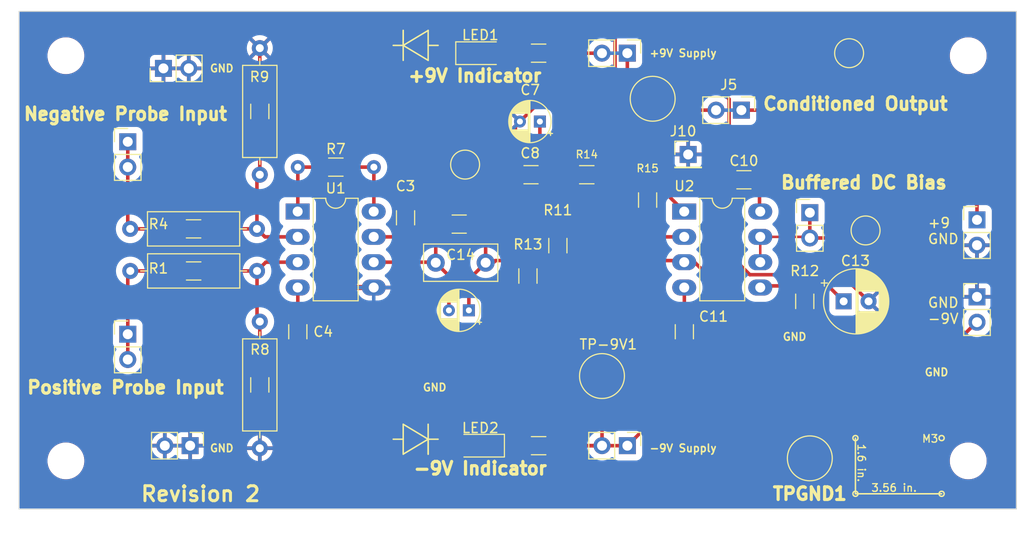
<source format=kicad_pcb>
(kicad_pcb (version 20240108) (generator "pcbnew") (generator_version "8.0")
  (layers (0 "F.Cu" signal) (31 "B.Cu" signal) (34 "B.Paste" user) (35 "F.Paste" user) (36 "B.SilkS" user "B.Silkscreen") (37 "F.SilkS" user "F.Silkscreen") (38 "B.Mask" user) (39 "F.Mask" user) (44 "Edge.Cuts" user))
  (net 0 "")
  (net 1 "+9V")
  (net 2 "GND")
  (net 3 "-9V")
  (net 4 "/ConditionedOutput")
  (net 5 "/NegInput")
  (net 6 "/PosInput")
  (net 7 "/Gain2")
  (net 8 "/Gain1")
  (net 9 "/PosInputProtected")
  (net 10 "/NegInputProtected")
  (net 11 "Net-(U2A-+)")
  (net 12 "Net-(C7-Pad1)")
  (net 13 "/DC_Bias_Buffer")
  (net 14 "Net-(U2A--)")
  (net 15 "Net-(C14-Pad1)")
  (net 16 "Net-(LED1-A)")
  (net 17 "Net-(LED2-K)")
  (net 18 "Net-(U2B-+)")
  (footprint "Connector_PinHeader_2.54mm:PinHeader_1x02_P2.54mm_Vertical" (layer "F.Cu") (at 142.101 140.523)
    (property "Reference" "J15" (hide yes))
    (property "Value" "Conn_01x02")
    (pad "1" thru_hole rect (at 0 0) (size 1.7 1.7) (drill 1) (layers "*.Cu" "*.Mask") (net 2 "GND"))
    (pad "2" thru_hole oval (at 0 2.54) (size 1.7 1.7) (drill 1) (layers "*.Cu" "*.Mask") (net 3 "-9V"))
  )
  (footprint "Package_DIP:DIP-8_W7.62mm_LongPads" (layer "F.Cu") (at 112.761 131.963)
    (property "Reference" "U2" (at 0.015 -2.55 0) (layer "F.SilkS"))
    (property "Value" "LM358")
    (pad "1" thru_hole rect (at 0 0) (size 2.4 1.6) (drill 1) (layers "*.Cu" "*.Mask") (net 4 "/ConditionedOutput"))
    (pad "2" thru_hole oval (at 0 2.54) (size 2.4 1.6) (drill 1) (layers "*.Cu" "*.Mask") (net 14 "Net-(U2A--)"))
    (pad "3" thru_hole oval (at 0 5.08) (size 2.4 1.6) (drill 1) (layers "*.Cu" "*.Mask") (net 11 "Net-(U2A-+)"))
    (pad "4" thru_hole oval (at 0 7.62) (size 2.4 1.6) (drill 1) (layers "*.Cu" "*.Mask") (net 3 "-9V"))
    (pad "5" thru_hole oval (at 7.62 7.62) (size 2.4 1.6) (drill 1) (layers "*.Cu" "*.Mask") (net 18 "Net-(U2B-+)"))
    (pad "6" thru_hole oval (at 7.62 5.08) (size 2.4 1.6) (drill 1) (layers "*.Cu" "*.Mask") (net 13 "/DC_Bias_Buffer"))
    (pad "7" thru_hole oval (at 7.62 2.54) (size 2.4 1.6) (drill 1) (layers "*.Cu" "*.Mask") (net 13 "/DC_Bias_Buffer"))
    (pad "8" thru_hole oval (at 7.62 0) (size 2.4 1.6) (drill 1) (layers "*.Cu" "*.Mask") (net 1 "+9V"))
  )
  (footprint "Resistor_SMD:R_1206_3216Metric_Pad1.30x1.75mm_HandSolder" (layer "F.Cu") (at 70.231 149.352 90)
    (property "Reference" "R8" (at 3.544658 0.011806 180) (layer "F.SilkS"))
    (property "Value" "100k")
    (pad "1" smd roundrect (at -1.55 0 90) (size 1.3 1.75) (layers "F.Cu" "F.Paste" "F.Mask") (roundrect_rratio 0.1923076923) (net 2 "GND"))
    (pad "2" smd roundrect (at 1.55 0 90) (size 1.3 1.75) (layers "F.Cu" "F.Paste" "F.Mask") (roundrect_rratio 0.1923076923) (net 9 "/PosInputProtected"))
  )
  (footprint "Capacitor_THT:CP_Radial_D4.0mm_P2.00mm" (layer "F.Cu") (at 91.182323 141.87294 180)
    (property "Reference" "C5" (hide yes))
    (property "Value" "0.22u")
    (pad "1" thru_hole rect (at 0 0 180) (size 1.2 1.2) (drill 0.6) (layers "*.Cu" "*.Mask") (net 11 "Net-(U2A-+)"))
    (pad "2" thru_hole circle (at 2 0 180) (size 1.2 1.2) (drill 0.6) (layers "*.Cu" "*.Mask") (net 15 "Net-(C14-Pad1)"))
  )
  (footprint "Resistor_SMD:R_1206_3216Metric_Pad1.30x1.75mm_HandSolder" (layer "F.Cu") (at 109.093 130.81 -90)
    (property "Reference" "R15" (at -3.175 0 180) (layer "F.SilkS") (effects (font (size 0.762 0.762) (thickness 0.127) (bold yes))))
    (property "Value" "10k")
    (pad "1" smd roundrect (at -1.55 0 270) (size 1.3 1.75) (layers "F.Cu" "F.Paste" "F.Mask") (roundrect_rratio 0.1923076923) (net 4 "/ConditionedOutput"))
    (pad "2" smd roundrect (at 1.55 0 270) (size 1.3 1.75) (layers "F.Cu" "F.Paste" "F.Mask") (roundrect_rratio 0.1923076923) (net 14 "Net-(U2A--)"))
  )
  (footprint "Resistor_SMD:R_1206_3216Metric_Pad1.30x1.75mm_HandSolder" (layer "F.Cu") (at 98.171 116.078 180)
    (property "Reference" "R16" (hide yes))
    (property "Value" "10k")
    (pad "1" smd roundrect (at -1.55 0 180) (size 1.3 1.75) (layers "F.Cu" "F.Paste" "F.Mask") (roundrect_rratio 0.1923076923) (net 1 "+9V"))
    (pad "2" smd roundrect (at 1.55 0 180) (size 1.3 1.75) (layers "F.Cu" "F.Paste" "F.Mask") (roundrect_rratio 0.1923076923) (net 16 "Net-(LED1-A)"))
  )
  (footprint "MountingHole:MountingHole_3.2mm_M3" (layer "F.Cu") (at 50.8 156.972)
    (property "Reference" "H1" (hide yes))
    (property "Value" "MountingHole")
    (pad "" np_thru_hole circle (at 0 0) (size 3.2 3.2) (drill 3.2) (layers "*.Cu" "*.Mask"))
  )
  (footprint "TestPoint:TestPoint_Pad_D4.0mm" (layer "F.Cu") (at 125.349 156.718)
    (property "Reference" "TPGND1" (at 0 3.556 0) (layer "F.SilkS") (effects (font (size 1.27 1.27) (thickness 0.3175) (bold yes))))
    (property "Value" "Ground")
    (pad "1" smd circle (at 0 0) (size 4 4) (layers "F.Cu" "F.Mask") (net 2 "GND"))
  )
  (footprint "Capacitor_SMD:C_1206_3216Metric_Pad1.33x1.80mm_HandSolder" (layer "F.Cu") (at 112.776 144.018 -90)
    (property "Reference" "C11" (at -1.524 -2.921 0) (layer "F.SilkS"))
    (property "Value" "0.1u")
    (pad "1" smd roundrect (at -1.5625 0 270) (size 1.325 1.8) (layers "F.Cu" "F.Paste" "F.Mask") (roundrect_rratio 0.1886792453) (net 3 "-9V"))
    (pad "2" smd roundrect (at 1.5625 0 270) (size 1.325 1.8) (layers "F.Cu" "F.Paste" "F.Mask") (roundrect_rratio 0.1886792453) (net 2 "GND"))
  )
  (footprint "MountingHole:MountingHole_3.2mm_M3" (layer "F.Cu") (at 141.224 116.332)
    (property "Reference" "H3" (hide yes))
    (property "Value" "MountingHole")
    (pad "" np_thru_hole circle (at 0 0) (size 3.2 3.2) (drill 3.2) (layers "*.Cu" "*.Mask"))
  )
  (footprint "Resistor_THT:R_Axial_DIN0309_L9.0mm_D3.2mm_P12.70mm_Horizontal" (layer "F.Cu") (at 57.2535 137.922)
    (property "Reference" "R2" (hide yes))
    (property "Value" "47.4k")
    (pad "1" thru_hole circle (at 0 0) (size 1.6 1.6) (drill 0.8) (layers "*.Cu" "*.Mask") (net 6 "/PosInput"))
    (pad "2" thru_hole oval (at 12.7 0) (size 1.6 1.6) (drill 0.8) (layers "*.Cu" "*.Mask") (net 9 "/PosInputProtected"))
  )
  (footprint "Resistor_SMD:R_1206_3216Metric_Pad1.30x1.75mm_HandSolder" (layer "F.Cu") (at 97.101 138.43 90)
    (property "Reference" "R13" (at 3.175 0 0) (layer "F.SilkS"))
    (property "Value" "12k")
    (pad "1" smd roundrect (at -1.55 0 90) (size 1.3 1.75) (layers "F.Cu" "F.Paste" "F.Mask") (roundrect_rratio 0.1923076923) (net 2 "GND"))
    (pad "2" smd roundrect (at 1.55 0 90) (size 1.3 1.75) (layers "F.Cu" "F.Paste" "F.Mask") (roundrect_rratio 0.1923076923) (net 11 "Net-(U2A-+)"))
  )
  (footprint "MountingHole:MountingHole_3.2mm_M3" (layer "F.Cu") (at 50.8 116.332)
    (property "Reference" "H2" (hide yes))
    (property "Value" "MountingHole")
    (pad "" np_thru_hole circle (at 0 0) (size 3.2 3.2) (drill 3.2) (layers "*.Cu" "*.Mask"))
  )
  (footprint "Resistor_SMD:R_1206_3216Metric_Pad1.30x1.75mm_HandSolder" (layer "F.Cu") (at 102.997 128.27 180)
    (property "Reference" "R14" (at 0 2.032 0) (layer "F.SilkS") (effects (font (size 0.762 0.762) (thickness 0.127) (bold yes))))
    (property "Value" "10k")
    (pad "1" smd roundrect (at -1.55 0 180) (size 1.3 1.75) (layers "F.Cu" "F.Paste" "F.Mask") (roundrect_rratio 0.1923076923) (net 14 "Net-(U2A--)"))
    (pad "2" smd roundrect (at 1.55 0 180) (size 1.3 1.75) (layers "F.Cu" "F.Paste" "F.Mask") (roundrect_rratio 0.1923076923) (net 12 "Net-(C7-Pad1)"))
  )
  (footprint "Capacitor_SMD:C_1206_3216Metric_Pad1.33x1.80mm_HandSolder" (layer "F.Cu") (at 97.409 128.27)
    (property "Reference" "C8" (at -0.083599 -2.159001 180) (layer "F.SilkS"))
    (property "Value" "0.1u")
    (pad "1" smd roundrect (at -1.5625 0) (size 1.325 1.8) (layers "F.Cu" "F.Paste" "F.Mask") (roundrect_rratio 0.1886792453) (net 2 "GND"))
    (pad "2" smd roundrect (at 1.5625 0) (size 1.325 1.8) (layers "F.Cu" "F.Paste" "F.Mask") (roundrect_rratio 0.1886792453) (net 12 "Net-(C7-Pad1)"))
  )
  (footprint "Resistor_THT:R_Axial_DIN0204_L3.6mm_D1.6mm_P7.62mm_Horizontal" (layer "F.Cu") (at 74.041 127.508)
    (property "Reference" "R10" (hide yes))
    (property "Value" "56")
    (pad "1" thru_hole circle (at 0 0) (size 1.4 1.4) (drill 0.7) (layers "*.Cu" "*.Mask") (net 7 "/Gain2"))
    (pad "2" thru_hole oval (at 7.62 0) (size 1.4 1.4) (drill 0.7) (layers "*.Cu" "*.Mask") (net 8 "/Gain1"))
  )
  (footprint "Connector_PinHeader_2.54mm:PinHeader_1x02_P2.54mm_Vertical" (layer "F.Cu") (at 107.066 155.448 -90)
    (property "Reference" "J8" (hide yes))
    (property "Value" "Conn_01x02")
    (pad "1" thru_hole rect (at 0 0 270) (size 1.7 1.7) (drill 1) (layers "*.Cu" "*.Mask") (net 3 "-9V"))
    (pad "2" thru_hole oval (at 0 2.54 270) (size 1.7 1.7) (drill 1) (layers "*.Cu" "*.Mask") (net 3 "-9V"))
  )
  (footprint "Capacitor_THT:CP_Radial_D6.3mm_P2.50mm" (layer "F.Cu") (at 128.738621 140.97)
    (property "Reference" "C13" (at 1.182379 -4.064 0) (layer "F.SilkS"))
    (property "Value" "2.2u")
    (pad "1" thru_hole rect (at 0 0) (size 1.6 1.6) (drill 0.8) (layers "*.Cu" "*.Mask") (net 18 "Net-(U2B-+)"))
    (pad "2" thru_hole circle (at 2.5 0) (size 1.6 1.6) (drill 0.8) (layers "*.Cu" "*.Mask") (net 2 "GND"))
  )
  (footprint "Package_DIP:DIP-8_W7.62mm_LongPads" (layer "F.Cu") (at 74.026 131.963)
    (property "Reference" "U1" (at 3.81 -2.33 0) (layer "F.SilkS"))
    (property "Value" "INA129")
    (pad "1" thru_hole rect (at 0 0) (size 2.4 1.6) (drill 1) (layers "*.Cu" "*.Mask") (net 7 "/Gain2"))
    (pad "2" thru_hole oval (at 0 2.54) (size 2.4 1.6) (drill 1) (layers "*.Cu" "*.Mask") (net 10 "/NegInputProtected"))
    (pad "3" thru_hole oval (at 0 5.08) (size 2.4 1.6) (drill 1) (layers "*.Cu" "*.Mask") (net 9 "/PosInputProtected"))
    (pad "4" thru_hole oval (at 0 7.62) (size 2.4 1.6) (drill 1) (layers "*.Cu" "*.Mask") (net 3 "-9V"))
    (pad "5" thru_hole oval (at 7.62 7.62) (size 2.4 1.6) (drill 1) (layers "*.Cu" "*.Mask") (net 2 "GND"))
    (pad "6" thru_hole oval (at 7.62 5.08) (size 2.4 1.6) (drill 1) (layers "*.Cu" "*.Mask") (net 15 "Net-(C14-Pad1)"))
    (pad "7" thru_hole oval (at 7.62 2.54) (size 2.4 1.6) (drill 1) (layers "*.Cu" "*.Mask") (net 1 "+9V"))
    (pad "8" thru_hole oval (at 7.62 0) (size 2.4 1.6) (drill 1) (layers "*.Cu" "*.Mask") (net 8 "/Gain1"))
  )
  (footprint "Resistor_THT:R_Axial_DIN0309_L9.0mm_D3.2mm_P12.70mm_Horizontal" (layer "F.Cu") (at 70.231 143.002 -90)
    (property "Reference" "R5" (hide yes))
    (property "Value" "100k")
    (pad "1" thru_hole circle (at 0 0 270) (size 1.6 1.6) (drill 0.8) (layers "*.Cu" "*.Mask") (net 9 "/PosInputProtected"))
    (pad "2" thru_hole oval (at 12.7 0 270) (size 1.6 1.6) (drill 0.8) (layers "*.Cu" "*.Mask") (net 2 "GND"))
  )
  (footprint "Connector_PinHeader_2.54mm:PinHeader_1x02_P2.54mm_Vertical" (layer "F.Cu") (at 125.349 132.075)
    (property "Reference" "J4" (hide yes))
    (property "Value" "Conn_01x02")
    (pad "1" thru_hole rect (at 0 0) (size 1.7 1.7) (drill 1) (layers "*.Cu" "*.Mask") (net 13 "/DC_Bias_Buffer"))
    (pad "2" thru_hole oval (at 0 2.54) (size 1.7 1.7) (drill 1) (layers "*.Cu" "*.Mask") (net 13 "/DC_Bias_Buffer"))
  )
  (footprint "TestPoint:TestPoint_Pad_D2.5mm" (layer "F.Cu") (at 90.805 127.254)
    (property "Reference" "TPRawOut1" (hide yes))
    (property "Value" "AmplifierOut")
    (pad "1" smd circle (at 0 0) (size 2.5 2.5) (layers "F.Cu" "F.Mask") (net 15 "Net-(C14-Pad1)"))
  )
  (footprint "Resistor_SMD:R_1206_3216Metric_Pad1.30x1.75mm_HandSolder" (layer "F.Cu") (at 100.101 135.382 -90)
    (property "Reference" "R11" (at -3.556 0 180) (layer "F.SilkS"))
    (property "Value" "56k")
    (pad "1" smd roundrect (at -1.55 0 270) (size 1.3 1.75) (layers "F.Cu" "F.Paste" "F.Mask") (roundrect_rratio 0.1923076923) (net 1 "+9V"))
    (pad "2" smd roundrect (at 1.55 0 270) (size 1.3 1.75) (layers "F.Cu" "F.Paste" "F.Mask") (roundrect_rratio 0.1923076923) (net 11 "Net-(U2A-+)"))
  )
  (footprint "Capacitor_SMD:C_1206_3216Metric_Pad1.33x1.80mm_HandSolder" (layer "F.Cu") (at 74.041 144.018 -90)
    (property "Reference" "C4" (at 0 -2.54 180) (layer "F.SilkS"))
    (property "Value" "0.1u")
    (pad "1" smd roundrect (at -1.5625 0 270) (size 1.325 1.8) (layers "F.Cu" "F.Paste" "F.Mask") (roundrect_rratio 0.1886792453) (net 3 "-9V"))
    (pad "2" smd roundrect (at 1.5625 0 270) (size 1.325 1.8) (layers "F.Cu" "F.Paste" "F.Mask") (roundrect_rratio 0.1886792453) (net 2 "GND"))
  )
  (footprint "Resistor_THT:R_Axial_DIN0309_L9.0mm_D3.2mm_P12.70mm_Horizontal" (layer "F.Cu") (at 70.231 115.57 -90)
    (property "Reference" "R6" (hide yes))
    (property "Value" "100k")
    (pad "1" thru_hole circle (at 0 0 270) (size 1.6 1.6) (drill 0.8) (layers "*.Cu" "*.Mask") (net 2 "GND"))
    (pad "2" thru_hole oval (at 12.7 0 270) (size 1.6 1.6) (drill 0.8) (layers "*.Cu" "*.Mask") (net 10 "/NegInputProtected"))
  )
  (footprint "Connector_PinHeader_2.54mm:PinHeader_1x02_P2.54mm_Vertical" (layer "F.Cu") (at 118.491 121.793 -90)
    (property "Reference" "J5" (at -2.54 1.27 180) (layer "F.SilkS"))
    (property "Value" "Conn_01x02")
    (pad "1" thru_hole rect (at 0 0 270) (size 1.7 1.7) (drill 1) (layers "*.Cu" "*.Mask") (net 4 "/ConditionedOutput"))
    (pad "2" thru_hole oval (at 0 2.54 270) (size 1.7 1.7) (drill 1) (layers "*.Cu" "*.Mask") (net 4 "/ConditionedOutput"))
  )
  (footprint "Resistor_SMD:R_1206_3216Metric_Pad1.30x1.75mm_HandSolder" (layer "F.Cu") (at 63.6035 137.922)
    (property "Reference" "R1" (at -3.5325 -0.254 0) (layer "F.SilkS"))
    (property "Value" "47.4k")
    (pad "1" smd roundrect (at -1.55 0) (size 1.3 1.75) (layers "F.Cu" "F.Paste" "F.Mask") (roundrect_rratio 0.1923076923) (net 6 "/PosInput"))
    (pad "2" smd roundrect (at 1.55 0) (size 1.3 1.75) (layers "F.Cu" "F.Paste" "F.Mask") (roundrect_rratio 0.1923076923) (net 9 "/PosInputProtected"))
  )
  (footprint "MountingHole:MountingHole_3.2mm_M3" (layer "F.Cu") (at 141.224 156.972)
    (property "Reference" "H4" (hide yes))
    (property "Value" "MountingHole")
    (pad "" np_thru_hole circle (at 0 0) (size 3.2 3.2) (drill 3.2) (layers "*.Cu" "*.Mask"))
  )
  (footprint "Capacitor_SMD:C_1206_3216Metric_Pad1.33x1.80mm_HandSolder" (layer "F.Cu") (at 84.836 132.588 90)
    (property "Reference" "C3" (at 3.175 0 0) (layer "F.SilkS"))
    (property "Value" "0.1u")
    (pad "1" smd roundrect (at -1.5625 0 90) (size 1.325 1.8) (layers "F.Cu" "F.Paste" "F.Mask") (roundrect_rratio 0.1886792453) (net 1 "+9V"))
    (pad "2" smd roundrect (at 1.5625 0 90) (size 1.325 1.8) (layers "F.Cu" "F.Paste" "F.Mask") (roundrect_rratio 0.1886792453) (net 2 "GND"))
  )
  (footprint "TestPoint:TestPoint_Pad_D2.5mm" (layer "F.Cu") (at 130.937 133.858)
    (property "Reference" "TP_DCBIAS1" (hide yes))
    (property "Value" "Buffered_Output")
    (pad "1" smd circle (at 0 0) (size 2.5 2.5) (layers "F.Cu" "F.Mask") (net 13 "/DC_Bias_Buffer"))
  )
  (footprint "LED_SMD:LED_1206_3216Metric_Pad1.42x1.75mm_HandSolder" (layer "F.Cu") (at 92.284 155.448 180)
    (property "Reference" "LED2" (at -0.045 1.778 180) (layer "F.SilkS"))
    (property "Value" "LED")
    (pad "1" smd roundrect (at -1.4875 0 180) (size 1.425 1.75) (layers "F.Cu" "F.Paste" "F.Mask") (roundrect_rratio 0.1754392982) (net 17 "Net-(LED2-K)"))
    (pad "2" smd roundrect (at 1.4875 0 180) (size 1.425 1.75) (layers "F.Cu" "F.Paste" "F.Mask") (roundrect_rratio 0.1754392982) (net 2 "GND"))
  )
  (footprint "Resistor_THT:R_Axial_DIN0309_L9.0mm_D3.2mm_P12.70mm_Horizontal" (layer "F.Cu") (at 57.243867 133.700962)
    (property "Reference" "R3" (hide yes))
    (property "Value" "47.4k")
    (pad "1" thru_hole circle (at 0 0) (size 1.6 1.6) (drill 0.8) (layers "*.Cu" "*.Mask") (net 5 "/NegInput"))
    (pad "2" thru_hole oval (at 12.7 0) (size 1.6 1.6) (drill 0.8) (layers "*.Cu" "*.Mask") (net 10 "/NegInputProtected"))
  )
  (footprint "Capacitor_THT:C_Rect_L7.2mm_W3.5mm_P5.00mm_FKS2_FKP2_MKS2_MKP2" (layer "F.Cu") (at 87.862057 137.093454)
    (property "Reference" "C14" (at 2.5 -0.795454 0) (layer "F.SilkS"))
    (property "Value" "0.1u")
    (pad "1" thru_hole circle (at 0 0) (size 1.8 1.8) (drill 1) (layers "*.Cu" "*.Mask") (net 15 "Net-(C14-Pad1)"))
    (pad "2" thru_hole circle (at 5 0) (size 1.8 1.8) (drill 1) (layers "*.Cu" "*.Mask") (net 11 "Net-(U2A-+)"))
  )
  (footprint "TestPoint:TestPoint_Pad_D2.5mm" (layer "F.Cu") (at 129.286 116.078)
    (property "Reference" "TPConditionedOut1" (hide yes))
    (property "Value" "BuffereBiasddOutput")
    (pad "1" smd circle (at 0 0) (size 2.5 2.5) (layers "F.Cu" "F.Mask") (net 4 "/ConditionedOutput"))
  )
  (footprint "Resistor_SMD:R_1206_3216Metric_Pad1.30x1.75mm_HandSolder" (layer "F.Cu") (at 77.851 127.508)
    (property "Reference" "R7" (at 0 -1.82 0) (layer "F.SilkS"))
    (property "Value" "56")
    (pad "1" smd roundrect (at -1.55 0) (size 1.3 1.75) (layers "F.Cu" "F.Paste" "F.Mask") (roundrect_rratio 0.1923076923) (net 7 "/Gain2"))
    (pad "2" smd roundrect (at 1.55 0) (size 1.3 1.75) (layers "F.Cu" "F.Paste" "F.Mask") (roundrect_rratio 0.1923076923) (net 8 "/Gain1"))
  )
  (footprint "TestPoint:TestPoint_Pad_D4.0mm" (layer "F.Cu") (at 109.601 120.65)
    (property "Reference" "TP+9V1" (hide yes))
    (property "Value" "TPP9V")
    (pad "1" smd circle (at 0 0) (size 4 4) (layers "F.Cu" "F.Mask") (net 1 "+9V"))
  )
  (footprint "Capacitor_THT:CP_Radial_D4.0mm_P2.00mm" (layer "F.Cu") (at 98.298 122.936 180)
    (property "Reference" "C7" (at 0.9726 3.175 0) (layer "F.SilkS"))
    (property "Value" "10u")
    (pad "1" thru_hole rect (at 0 0 180) (size 1.2 1.2) (drill 0.6) (layers "*.Cu" "*.Mask") (net 12 "Net-(C7-Pad1)"))
    (pad "2" thru_hole circle (at 2 0 180) (size 1.2 1.2) (drill 0.6) (layers "*.Cu" "*.Mask") (net 2 "GND"))
  )
  (footprint "Connector_PinHeader_2.54mm:PinHeader_1x02_P2.54mm_Vertical" (layer "F.Cu") (at 107.061 116.078 -90)
    (property "Reference" "J7" (hide yes))
    (property "Value" "Conn_01x02")
    (pad "1" thru_hole rect (at 0 0 270) (size 1.7 1.7) (drill 1) (layers "*.Cu" "*.Mask") (net 1 "+9V"))
    (pad "2" thru_hole oval (at 0 2.54 270) (size 1.7 1.7) (drill 1) (layers "*.Cu" "*.Mask") (net 1 "+9V"))
  )
  (footprint "Connector_PinHeader_2.54mm:PinHeader_1x02_P2.54mm_Vertical" (layer "F.Cu") (at 56.9995 144.267)
    (property "Reference" "J1" (hide yes))
    (property "Value" "Conn_01x02")
    (pad "1" thru_hole rect (at 0 0) (size 1.7 1.7) (drill 1) (layers "*.Cu" "*.Mask") (net 6 "/PosInput"))
    (pad "2" thru_hole oval (at 0 2.54) (size 1.7 1.7) (drill 1) (layers "*.Cu" "*.Mask") (net 6 "/PosInput"))
  )
  (footprint "Connector_PinHeader_2.54mm:PinHeader_1x02_P2.54mm_Vertical" (layer "F.Cu") (at 63.251 155.448 -90)
    (property "Reference" "J3" (hide yes))
    (property "Value" "Conn_01x02")
    (pad "1" thru_hole rect (at 0 0 270) (size 1.7 1.7) (drill 1) (layers "*.Cu" "*.Mask") (net 2 "GND"))
    (pad "2" thru_hole oval (at 0 2.54 270) (size 1.7 1.7) (drill 1) (layers "*.Cu" "*.Mask") (net 2 "GND"))
  )
  (footprint "TestPoint:TestPoint_Pad_D4.0mm" (layer "F.Cu") (at 104.521 148.463)
    (property "Reference" "TP-9V1" (at 0.635 -3.175 0) (layer "F.SilkS"))
    (property "Value" "TPN9V")
    (pad "1" smd circle (at 0 0) (size 4 4) (layers "F.Cu" "F.Mask") (net 3 "-9V"))
  )
  (footprint "Resistor_SMD:R_1206_3216Metric_Pad1.30x1.75mm_HandSolder" (layer "F.Cu") (at 124.841 140.97 -90)
    (property "Reference" "R12" (at -3.048 0 180) (layer "F.SilkS"))
    (property "Value" "100k")
    (pad "1" smd roundrect (at -1.55 0 270) (size 1.3 1.75) (layers "F.Cu" "F.Paste" "F.Mask") (roundrect_rratio 0.1923076923) (net 18 "Net-(U2B-+)"))
    (pad "2" smd roundrect (at 1.55 0 270) (size 1.3 1.75) (layers "F.Cu" "F.Paste" "F.Mask") (roundrect_rratio 0.1923076923) (net 11 "Net-(U2A-+)"))
  )
  (footprint "Connector_PinHeader_2.54mm:PinHeader_1x01_P2.54mm_Vertical" (layer "F.Cu") (at 113.157 126.238)
    (property "Reference" "J10" (at -0.508 -2.33 0) (layer "F.SilkS"))
    (property "Value" "Conn_01x01")
    (pad "1" thru_hole rect (at 0 0) (size 1.7 1.7) (drill 1) (layers "*.Cu" "*.Mask") (net 2 "GND"))
  )
  (footprint "Connector_PinHeader_2.54mm:PinHeader_1x02_P2.54mm_Vertical" (layer "F.Cu") (at 56.9995 124.963)
    (property "Reference" "J2" (hide yes))
    (property "Value" "Conn_01x02")
    (pad "1" thru_hole rect (at 0 0) (size 1.7 1.7) (drill 1) (layers "*.Cu" "*.Mask") (net 5 "/NegInput"))
    (pad "2" thru_hole oval (at 0 2.54) (size 1.7 1.7) (drill 1) (layers "*.Cu" "*.Mask") (net 5 "/NegInput"))
  )
  (footprint "Resistor_SMD:R_1206_3216Metric_Pad1.30x1.75mm_HandSolder" (layer "F.Cu") (at 63.593867 133.700962)
    (property "Reference" "R4" (at -3.522867 -0.477962 0) (layer "F.SilkS"))
    (property "Value" "47.4k")
    (pad "1" smd roundrect (at -1.55 0) (size 1.3 1.75) (layers "F.Cu" "F.Paste" "F.Mask") (roundrect_rratio 0.1923076923) (net 5 "/NegInput"))
    (pad "2" smd roundrect (at 1.55 0) (size 1.3 1.75) (layers "F.Cu" "F.Paste" "F.Mask") (roundrect_rratio 0.1923076923) (net 10 "/NegInputProtected"))
  )
  (footprint "Capacitor_SMD:C_1206_3216Metric_Pad1.33x1.80mm_HandSolder" (layer "F.Cu") (at 118.745 128.778 180)
    (property "Reference" "C10" (at 0 1.905 180) (layer "F.SilkS"))
    (property "Value" "0.1u")
    (pad "1" smd roundrect (at -1.5625 0 180) (size 1.325 1.8) (layers "F.Cu" "F.Paste" "F.Mask") (roundrect_rratio 0.1886792453) (net 1 "+9V"))
    (pad "2" smd roundrect (at 1.5625 0 180) (size 1.325 1.8) (layers "F.Cu" "F.Paste" "F.Mask") (roundrect_rratio 0.1886792453) (net 2 "GND"))
  )
  (footprint "Connector_PinHeader_2.54mm:PinHeader_1x02_P2.54mm_Vertical" (layer "F.Cu") (at 142.101 132.798)
    (property "Reference" "J13" (hide yes))
    (property "Value" "Conn_01x02")
    (pad "1" thru_hole rect (at 0 0) (size 1.7 1.7) (drill 1) (layers "*.Cu" "*.Mask") (net 1 "+9V"))
    (pad "2" thru_hole oval (at 0 2.54) (size 1.7 1.7) (drill 1) (layers "*.Cu" "*.Mask") (net 2 "GND"))
  )
  (footprint "LED_SMD:LED_1206_3216Metric_Pad1.42x1.75mm_HandSolder" (layer "F.Cu") (at 92.329 116.078)
    (property "Reference" "LED1" (at 0 -1.82 0) (layer "F.SilkS"))
    (property "Value" "LED")
    (pad "1" smd roundrect (at -1.4875 0) (size 1.425 1.75) (layers "F.Cu" "F.Paste" "F.Mask") (roundrect_rratio 0.1754392982) (net 2 "GND"))
    (pad "2" smd roundrect (at 1.4875 0) (size 1.425 1.75) (layers "F.Cu" "F.Paste" "F.Mask") (roundrect_rratio 0.1754392982) (net 16 "Net-(LED1-A)"))
  )
  (footprint "Capacitor_SMD:C_1206_3216Metric_Pad1.33x1.80mm_HandSolder" (layer "F.Cu") (at 90.2134 133.223)
    (property "Reference" "C6" (hide yes))
    (property "Value" "0.1u")
    (pad "1" smd roundrect (at -1.5625 0) (size 1.325 1.8) (layers "F.Cu" "F.Paste" "F.Mask") (roundrect_rratio 0.1886792453) (net 15 "Net-(C14-Pad1)"))
    (pad "2" smd roundrect (at 1.5625 0) (size 1.325 1.8) (layers "F.Cu" "F.Paste" "F.Mask") (roundrect_rratio 0.1886792453) (net 11 "Net-(U2A-+)"))
  )
  (footprint "Resistor_SMD:R_1206_3216Metric_Pad1.30x1.75mm_HandSolder" (layer "F.Cu") (at 98.171 155.448 180)
    (property "Reference" "R17" (hide yes))
    (property "Value" "10k")
    (pad "1" smd roundrect (at -1.55 0 180) (size 1.3 1.75) (layers "F.Cu" "F.Paste" "F.Mask") (roundrect_rratio 0.1923076923) (net 3 "-9V"))
    (pad "2" smd roundrect (at 1.55 0 180) (size 1.3 1.75) (layers "F.Cu" "F.Paste" "F.Mask") (roundrect_rratio 0.1923076923) (net 17 "Net-(LED2-K)"))
  )
  (footprint "Resistor_SMD:R_1206_3216Metric_Pad1.30x1.75mm_HandSolder" (layer "F.Cu") (at 70.231 121.92 -90)
    (property "Reference" "R9" (at -4.052445 0.030841 0) (layer "F.SilkS") (effects (justify top)))
    (property "Value" "100k")
    (pad "1" smd roundrect (at -1.55 0 270) (size 1.3 1.75) (layers "F.Cu" "F.Paste" "F.Mask") (roundrect_rratio 0.1923076923) (net 2 "GND"))
    (pad "2" smd roundrect (at 1.55 0 270) (size 1.3 1.75) (layers "F.Cu" "F.Paste" "F.Mask") (roundrect_rratio 0.1923076923) (net 10 "/NegInputProtected"))
  )
  (footprint "Connector_PinHeader_2.54mm:PinHeader_1x02_P2.54mm_Vertical" (layer "F.Cu") (at 60.574 117.602 90)
    (property "Reference" "J9" (hide yes))
    (property "Value" "Conn_01x02")
    (pad "1" thru_hole rect (at 0 0 90) (size 1.7 1.7) (drill 1) (layers "*.Cu" "*.Mask") (net 2 "GND"))
    (pad "2" thru_hole oval (at 0 2.54 90) (size 1.7 1.7) (drill 1) (layers "*.Cu" "*.Mask") (net 2 "GND"))
  )
  (gr_circle (center 138.557 154.686) (end 138.811 154.686) (stroke (width 0.15)) (fill none) (layer "F.SilkS"))
  (gr_line (start 87.101 116.798) (end 84.601 115.298) (stroke (width 0.15)) (layer "F.SilkS"))
  (gr_line (start 87.101 153.298) (end 87.101 154.798) (stroke (width 0.15)) (layer "F.SilkS"))
  (gr_circle (center 129.921 154.686) (end 130.175 154.686) (stroke (width 0.15)) (fill none) (layer "F.SilkS"))
  (gr_line (start 87.101 154.798) (end 84.601 156.298) (stroke (width 0.15)) (layer "F.SilkS"))
  (gr_circle (center 129.921 160.274) (end 130.175 160.274) (stroke (width 0.15)) (fill none) (layer "F.SilkS"))
  (gr_line (start 84.601 115.298) (end 84.601 113.798) (stroke (width 0.15)) (layer "F.SilkS"))
  (gr_line (start 129.921 154.686) (end 129.921 160.274) (stroke (width 0.15)) (layer "F.SilkS"))
  (gr_line (start 84.601 115.298) (end 87.101 113.798) (stroke (width 0.15)) (layer "F.SilkS"))
  (gr_line (start 129.921 160.274) (end 138.557 160.274) (stroke (width 0.15)) (layer "F.SilkS"))
  (gr_line (start 84.601 116.798) (end 84.601 115.298) (stroke (width 0.15)) (layer "F.SilkS"))
  (gr_line (start 87.101 113.798) (end 87.101 116.798) (stroke (width 0.15)) (layer "F.SilkS"))
  (gr_line (start 84.601 154.798) (end 83.601 154.798) (stroke (width 0.15)) (layer "F.SilkS"))
  (gr_circle (center 138.557 160.274) (end 138.811 160.274) (stroke (width 0.15)) (fill none) (layer "F.SilkS"))
  (gr_line (start 87.101 115.298) (end 88.101 115.298) (stroke (width 0.15)) (layer "F.SilkS"))
  (gr_line (start 84.601 156.298) (end 84.601 153.298) (stroke (width 0.15)) (layer "F.SilkS"))
  (gr_line (start 84.601 115.298) (end 83.601 115.298) (stroke (width 0.15)) (layer "F.SilkS"))
  (gr_line (start 87.101 154.798) (end 88.101 154.798) (stroke (width 0.15)) (layer "F.SilkS"))
  (gr_line (start 84.601 113.798) (end 84.601 115.298) (stroke (width 0.15)) (layer "F.SilkS"))
  (gr_line (start 84.601 153.298) (end 87.101 154.798) (stroke (width 0.15)) (layer "F.SilkS"))
  (gr_line (start 87.101 156.298) (end 87.101 154.798) (stroke (width 0.15)) (layer "F.SilkS"))
  (gr_line (start 87.101 154.798) (end 87.101 156.298) (stroke (width 0.15)) (layer "F.SilkS"))
  (gr_rect (start 46.101 111.887) (end 146.05 161.798) (stroke (width 0.1)) (fill none) (layer "Edge.Cuts"))
  (gr_text "+9V Indicator\n\n" (at 91.784214 119.360341 0) (layer "F.SilkS") (effects (font (size 1.27 1.27) (thickness 0.3175) (bold yes))))
  (gr_text "Buffered DC Bias" (at 122.301 129.794 0) (layer "F.SilkS") (effects (font (size 1.27 1.27) (thickness 0.3175) (bold yes)) (justify left bottom)))
  (gr_text "Positive Probe Input\n" (at 56.769 149.606 0) (layer "F.SilkS") (effects (font (size 1.27 1.27) (thickness 0.3175) (bold yes))))
  (gr_text "GND\n" (at 66.421 117.602 0) (layer "F.SilkS") (effects (font (size 0.762 0.762) (thickness 0.1524))))
  (gr_text "Revision 2" (at 58.166 161.163 0) (layer "F.SilkS") (effects (font (size 1.5 1.5) (thickness 0.3) (bold yes)) (justify left bottom)))
  (gr_text "3.56 in.\n" (at 131.445 160.1216 0) (layer "F.SilkS") (effects (font (size 0.762 0.762) (thickness 0.127) (bold yes)) (justify left bottom)))
  (gr_text "GND\n" (at 87.757 149.606 0) (layer "F.SilkS") (effects (font (size 0.762 0.762) (thickness 0.1524))))
  (gr_text "GND\n-9V" (at 137.101 143.298 0) (layer "F.SilkS") (effects (font (size 1 1)) (justify left bottom)))
  (gr_text "GND\n" (at 123.825 144.526 0) (layer "F.SilkS") (effects (font (size 0.762 0.762) (thickness 0.1524))))
  (gr_text "GND\n" (at 138.049 148.082 0) (layer "F.SilkS") (effects (font (size 0.762 0.762) (thickness 0.1524))))
  (gr_text "1.6 in.\n" (at 130.0734 155.194 270) (layer "F.SilkS") (effects (font (size 0.762 0.762) (thickness 0.127) (bold yes)) (justify left bottom)))
  (gr_text "-9V Indicator\n\n" (at 92.329 158.75 0) (layer "F.SilkS") (effects (font (size 1.27 1.27) (thickness 0.3175) (bold yes))))
  (gr_text "+9V Supply\n" (at 112.649 116.078 0) (layer "F.SilkS") (effects (font (size 0.762 0.762) (thickness 0.1524))))
  (gr_text "M3 " (at 136.525 155.194 0) (layer "F.SilkS") (effects (font (size 0.762 0.762) (thickness 0.127) (bold yes)) (justify left bottom)))
  (gr_text "-9V Supply\n" (at 112.649 155.702 0) (layer "F.SilkS") (effects (font (size 0.762 0.762) (thickness 0.1524))))
  (gr_text "Negative Probe Input\n" (at 56.769 122.174 0) (layer "F.SilkS") (effects (font (size 1.27 1.27) (thickness 0.3175) (bold yes))))
  (gr_text "Conditioned Output\n" (at 129.921 121.158 0) (layer "F.SilkS") (effects (font (size 1.27 1.27) (thickness 0.3175) (bold yes))))
  (gr_text "GND\n" (at 66.421 155.702 0) (layer "F.SilkS") (effects (font (size 0.762 0.762) (thickness 0.1524))))
  (gr_text "+9\nGND" (at 137.101 135.298 0) (layer "F.SilkS") (effects (font (size 1 1)) (justify left bottom)))
  (segment (start 93.345 129.26) (end 97.917 133.832) (width 0.3556) (layer "F.Cu") (net 1))
  (segment (start 120.3075 128.778) (end 120.3075 131.8895) (width 0.3556) (layer "F.Cu") (net 1))
  (segment (start 110.617 119.634) (end 109.601 120.65) (width 0.3556) (layer "F.Cu") (net 1))
  (segment (start 142.101 131.298) (end 138.0955 127.2925) (width 0.3556) (layer "F.Cu") (net 1))
  (segment (start 109.601 120.65) (end 107.061 118.11) (width 0.3556) (layer "F.Cu") (net 1))
  (segment (start 81.646 134.503) (end 84.4835 134.503) (width 0.3556) (layer "F.Cu") (net 1))
  (segment (start 86.741 133.35) (end 86.741 127.254) (width 0.3556) (layer "F.Cu") (net 1))
  (segment (start 86.741 127.254) (end 93.345 120.65) (width 0.3556) (layer "F.Cu") (net 1))
  (segment (start 117.2632 124.2482) (end 117.2632 120.6922) (width 0.3556) (layer "F.Cu") (net 1))
  (segment (start 99.721 116.078) (end 104.521 116.078) (width 0.3556) (layer "F.Cu") (net 1))
  (segment (start 116.205 119.634) (end 110.617 119.634) (width 0.3556) (layer "F.Cu") (net 1))
  (segment (start 97.181 118.618) (end 99.721 116.078) (width 0.3556) (layer "F.Cu") (net 1))
  (segment (start 97.917 133.832) (end 100.101 133.832) (width 0.3556) (layer "F.Cu") (net 1))
  (segment (start 117.2632 120.6922) (end 116.205 119.634) (width 0.3556) (layer "F.Cu") (net 1))
  (segment (start 107.061 118.11) (end 107.061 116.078) (width 0.3556) (layer "F.Cu") (net 1))
  (segment (start 138.0955 127.2925) (end 120.3075 127.2925) (width 0.3556) (layer "F.Cu") (net 1))
  (segment (start 120.3075 127.2925) (end 120.3075 128.778) (width 0.3556) (layer "F.Cu") (net 1))
  (segment (start 95.377 118.618) (end 97.181 118.618) (width 0.3556) (layer "F.Cu") (net 1))
  (segment (start 142.101 132.798) (end 142.101 131.298) (width 0.3556) (layer "F.Cu") (net 1))
  (segment (start 85.9405 134.1505) (end 86.741 133.35) (width 0.3556) (layer "F.Cu") (net 1))
  (segment (start 120.3075 131.8895) (end 120.381 131.963) (width 0.3556) (layer "F.Cu") (net 1))
  (segment (start 84.836 134.1505) (end 85.9405 134.1505) (width 0.3556) (layer "F.Cu") (net 1))
  (segment (start 93.345 129.26) (end 93.345 120.65) (width 0.3556) (layer "F.Cu") (net 1))
  (segment (start 93.345 120.65) (end 95.377 118.618) (width 0.3556) (layer "F.Cu") (net 1))
  (segment (start 84.4835 134.503) (end 84.836 134.1505) (width 0.3556) (layer "F.Cu") (net 1))
  (segment (start 117.2632 124.2482) (end 120.3075 127.2925) (width 0.3556) (layer "F.Cu") (net 1))
  (segment (start 107.061 116.078) (end 104.521 116.078) (width 0.3556) (layer "B.Cu") (net 1))
  (segment (start 128.566621 138.298) (end 119.33567 138.298) (width 0.3556) (layer "F.Cu") (net 2))
  (segment (start 93.8895 113.03) (end 90.8415 116.078) (width 0.3556) (layer "F.Cu") (net 2))
  (segment (start 77.790508 138.115508) (end 77.790508 124.520492) (width 0.508) (layer "F.Cu") (net 2))
  (segment (start 105.8332 118.1938) (end 105.8332 113.5302) (width 0.3556) (layer "F.Cu") (net 2))
  (segment (start 105.333 113.03) (end 93.8895 113.03) (width 0.3556) (layer "F.Cu") (net 2))
  (segment (start 117.1825 136.14483) (end 117.1825 128.778) (width 0.3556) (layer "F.Cu") (net 2))
  (segment (start 105.409 118.618) (end 105.8332 118.1938) (width 0.3556) (layer "F.Cu") (net 2))
  (segment (start 70.231 120.37) (end 70.231 115.57) (width 0.3556) (layer "F.Cu") (net 2))
  (segment (start 100.616 118.618) (end 105.409 118.618) (width 0.3556) (layer "F.Cu") (net 2))
  (segment (start 95.601 128.0245) (end 95.8465 128.27) (width 0.3556) (layer "F.Cu") (net 2))
  (segment (start 81.646 139.583) (end 79.258 139.583) (width 0.508) (layer "F.Cu") (net 2))
  (segment (start 119.33567 138.298) (end 117.1825 136.14483) (width 0.3556) (layer "F.Cu") (net 2))
  (segment (start 95.8465 123.3875) (end 96.298 122.936) (width 0.3556) (layer "F.Cu") (net 2))
  (segment (start 70.231 150.902) (end 70.231 155.702) (width 0.3556) (layer "F.Cu") (net 2))
  (segment (start 96.298 122.936) (end 100.616 118.618) (width 0.3556) (layer "F.Cu") (net 2))
  (segment (start 131.238621 140.97) (end 128.566621 138.298) (width 0.3556) (layer "F.Cu") (net 2))
  (segment (start 95.8465 128.27) (end 95.8465 123.3875) (width 0.3556) (layer "F.Cu") (net 2))
  (segment (start 78.105 138.43) (end 77.790508 138.115508) (width 0.508) (layer "F.Cu") (net 2))
  (segment (start 105.8332 113.5302) (end 105.333 113.03) (width 0.3556) (layer "F.Cu") (net 2))
  (segment (start 79.258 139.583) (end 78.105 138.43) (width 0.508) (layer "F.Cu") (net 2))
  (segment (start 104.521 148.463) (end 104.521 149.098) (width 0.3556) (layer "F.Cu") (net 3))
  (segment (start 96.927 152.654) (end 99.721 155.448) (width 0.3556) (layer "F.Cu") (net 3))
  (segment (start 83.707272 142.4555) (end 87.8092 146.557428) (width 0.3556) (layer "F.Cu") (net 3))
  (segment (start 87.8092 146.557428) (end 87.8092 149.6582) (width 0.3556) (layer "F.Cu") (net 3))
  (segment (start 104.526 149.103) (end 104.526 155.448) (width 0.3556) (layer "F.Cu") (net 3))
  (segment (start 114.717628 147.796372) (end 107.066 155.448) (width 0.3556) (layer "F.Cu") (net 3))
  (segment (start 104.521 149.098) (end 104.526 149.103) (width 0.3556) (layer "F.Cu") (net 3))
  (segment (start 74.041 142.4555) (end 74.041 139.598) (width 0.3556) (layer "F.Cu") (net 3))
  (segment (start 142.13 142.985) (end 137.318628 147.796372) (width 0.3556) (layer "F.Cu") (net 3))
  (segment (start 112.776 142.4555) (end 112.776 139.598) (width 0.3556) (layer "F.Cu") (net 3))
  (segment (start 87.8092 149.6582) (end 90.805 152.654) (width 0.3556) (layer "F.Cu") (net 3))
  (segment (start 104.521 148.463) (end 110.5285 142.4555) (width 0.3556) (layer "F.Cu") (net 3))
  (segment (start 74.041 139.598) (end 74.026 139.583) (width 0.3556) (layer "F.Cu") (net 3))
  (segment (start 137.318628 147.796372) (end 114.717628 147.796372) (width 0.3556) (layer "F.Cu") (net 3))
  (segment (start 99.721 155.448) (end 104.526 155.448) (width 0.3556) (layer "F.Cu") (net 3))
  (segment (start 74.041 142.4555) (end 83.707272 142.4555) (width 0.3556) (layer "F.Cu") (net 3))
  (segment (start 110.5285 142.4555) (end 112.776 142.4555) (width 0.3556) (layer "F.Cu") (net 3))
  (segment (start 112.776 139.598) (end 112.761 139.583) (width 0.3556) (layer "F.Cu") (net 3))
  (segment (start 99.721 155.448) (end 107.066 155.448) (width 0.3556) (layer "F.Cu") (net 3))
  (segment (start 90.805 152.654) (end 96.927 152.654) (width 0.3556) (layer "F.Cu") (net 3))
  (segment (start 107.066 155.448) (end 107.066 155.697) (width 0.3556) (layer "B.Cu") (net 3))
  (segment (start 107.066 155.697) (end 107.061 155.702) (width 0.3556) (layer "B.Cu") (net 3))
  (segment (start 109.093 126.238) (end 113.538 121.793) (width 0.3556) (layer "F.Cu") (net 4))
  (segment (start 113.538 121.793) (end 115.951 121.793) (width 0.3556) (layer "F.Cu") (net 4))
  (segment (start 109.093 129.26) (end 110.058 129.26) (width 0.3556) (layer "F.Cu") (net 4))
  (segment (start 129.286 121.788) (end 129.291 121.793) (width 0.3556) (layer "F.Cu") (net 4))
  (segment (start 118.491 121.793) (end 129.291 121.793) (width 0.3556) (layer "F.Cu") (net 4))
  (segment (start 109.093 129.26) (end 109.093 126.238) (width 0.3556) (layer "F.Cu") (net 4))
  (segment (start 110.058 129.26) (end 112.761 131.963) (width 0.3556) (layer "F.Cu") (net 4))
  (segment (start 129.286 116.078) (end 129.286 121.788) (width 0.3556) (layer "F.Cu") (net 4))
  (segment (start 115.951 121.793) (end 118.491 121.793) (width 0.3556) (layer "B.Cu") (net 4))
  (segment (start 56.9995 124.963) (end 56.9995 127.503) (width 0.3556) (layer "F.Cu") (net 5))
  (segment (start 56.9995 133.604) (end 57.2535 133.858) (width 0.3556) (layer "F.Cu") (net 5))
  (segment (start 62.681367 133.700962) (end 57.243867 133.700962) (width 0.3556) (layer "F.Cu") (net 5))
  (segment (start 56.9995 127.503) (end 56.9995 133.604) (width 0.3556) (layer "F.Cu") (net 5))
  (segment (start 56.9995 144.267) (end 56.9995 138.176) (width 0.3556) (layer "F.Cu") (net 6))
  (segment (start 56.9995 146.807) (end 56.9995 144.267) (width 0.3556) (layer "F.Cu") (net 6))
  (segment (start 56.9995 138.176) (end 57.2535 137.922) (width 0.3556) (layer "F.Cu") (net 6))
  (segment (start 57.2535 137.922) (end 62.0535 137.922) (width 0.3556) (layer "F.Cu") (net 6))
  (segment (start 74.041 127.508) (end 74.041 131.948) (width 0.3556) (layer "F.Cu") (net 7))
  (segment (start 76.301 127.508) (end 74.041 127.508) (width 0.3556) (layer "F.Cu") (net 7))
  (segment (start 74.041 131.948) (end 74.026 131.963) (width 0.3556) (layer "F.Cu") (net 7))
  (segment (start 81.661 131.948) (end 81.646 131.963) (width 0.3556) (layer "F.Cu") (net 8))
  (segment (start 81.661 127.508) (end 79.401 127.508) (width 0.3556) (layer "F.Cu") (net 8))
  (segment (start 81.661 127.508) (end 81.661 131.948) (width 0.3556) (layer "F.Cu") (net 8))
  (segment (start 74.026 137.043) (end 70.8325 137.043) (width 0.3556) (layer "F.Cu") (net 9))
  (segment (start 65.1535 137.922) (end 69.9535 137.922) (width 0.3556) (layer "F.Cu") (net 9))
  (segment (start 70.8325 137.043) (end 69.9535 137.922) (width 0.3556) (layer "F.Cu") (net 9))
  (segment (start 69.9535 142.7245) (end 70.231 143.002) (width 0.3556) (layer "F.Cu") (net 9))
  (segment (start 69.9535 137.922) (end 69.9535 142.7245) (width 0.3556) (layer "F.Cu") (net 9))
  (segment (start 70.231 147.802) (end 70.231 143.002) (width 0.3556) (layer "F.Cu") (net 9))
  (segment (start 74.026 134.503) (end 70.745905 134.503) (width 0.3556) (layer "F.Cu") (net 10))
  (segment (start 69.943867 133.700962) (end 69.943867 128.557133) (width 0.3556) (layer "F.Cu") (net 10))
  (segment (start 69.943867 128.557133) (end 70.231 128.27) (width 0.3556) (layer "F.Cu") (net 10))
  (segment (start 70.231 128.27) (end 70.231 123.47) (width 0.3556) (layer "F.Cu") (net 10))
  (segment (start 64.506367 133.700962) (end 69.943867 133.700962) (width 0.3556) (layer "F.Cu") (net 10))
  (segment (start 70.745905 134.503) (end 69.943867 133.700962) (width 0.3556) (layer "F.Cu") (net 10))
  (segment (start 124.841 142.52) (end 123.343 142.52) (width 0.3556) (layer "F.Cu") (net 11))
  (segment (start 113.802 137.043) (end 112.761 137.043) (width 0.3556) (layer "F.Cu") (net 11))
  (segment (start 92.862057 137.093454) (end 92.862057 134.309157) (width 0.3556) (layer "F.Cu") (net 11))
  (segment (start 123.343 142.52) (end 122.809 141.986) (width 0.3556) (layer "F.Cu") (net 11))
  (segment (start 118.745 141.986) (end 113.802 137.043) (width 0.3556) (layer "F.Cu") (net 11))
  (segment (start 93.700001 137.032999) (end 93.853 136.88) (width 0.3556) (layer "F.Cu") (net 11))
  (segment (start 91.182323 138.773188) (end 92.862057 137.093454) (width 0.3556) (layer "F.Cu") (net 11))
  (segment (start 92.862057 134.309157) (end 91.7759 133.223) (width 0.3556) (layer "F.Cu") (net 11))
  (segment (start 91.182323 141.87294) (end 91.182323 138.773188) (width 0.3556) (layer "F.Cu") (net 11))
  (segment (start 112.598 136.88) (end 112.761 137.043) (width 0.3556) (layer "F.Cu") (net 11))
  (segment (start 93.853 136.88) (end 112.598 136.88) (width 0.3556) (layer "F.Cu") (net 11))
  (segment (start 122.809 141.986) (end 118.745 141.986) (width 0.3556) (layer "F.Cu") (net 11))
  (segment (start 98.298 127.5965) (end 98.9715 128.27) (width 0.3556) (layer "F.Cu") (net 12))
  (segment (start 98.298 122.936) (end 98.298 127.5965) (width 0.3556) (layer "F.Cu") (net 12))
  (segment (start 101.447 128.27) (end 98.9715 128.27) (width 0.3556) (layer "F.Cu") (net 12))
  (segment (start 120.381 134.503) (end 125.237 134.503) (width 0.25) (layer "F.Cu") (net 13))
  (segment (start 130.937 133.858) (end 130.429 133.858) (width 0.3556) (layer "F.Cu") (net 13))
  (segment (start 125.237 134.503) (end 125.349 134.615) (width 0.25) (layer "F.Cu") (net 13))
  (segment (start 120.381 134.503) (end 120.381 137.043) (width 0.25) (layer "F.Cu") (net 13))
  (segment (start 125.349 132.075) (end 125.349 134.615) (width 0.3556) (layer "F.Cu") (net 13))
  (segment (start 130.429 133.858) (end 129.672 134.615) (width 0.3556) (layer "F.Cu") (net 13))
  (segment (start 129.672 134.615) (end 125.349 134.615) (width 0.3556) (layer "F.Cu") (net 13))
  (segment (start 108.611 132.36) (end 104.547 128.296) (width 0.3556) (layer "F.Cu") (net 14))
  (segment (start 109.093 132.36) (end 108.611 132.36) (width 0.3556) (layer "F.Cu") (net 14))
  (segment (start 112.761 134.503) (end 110.754 134.503) (width 0.3556) (layer "F.Cu") (net 14))
  (segment (start 104.7 128.423) (end 104.547 128.27) (width 0.3556) (layer "F.Cu") (net 14))
  (segment (start 104.547 128.296) (end 104.547 128.27) (width 0.3556) (layer "F.Cu") (net 14))
  (segment (start 109.093 132.842) (end 109.093 132.36) (width 0.3556) (layer "F.Cu") (net 14))
  (segment (start 110.754 134.503) (end 109.093 132.842) (width 0.3556) (layer "F.Cu") (net 14))
  (segment (start 89.182323 141.87294) (end 89.182323 138.41372) (width 0.3556) (layer "F.Cu") (net 15))
  (segment (start 90.805 131.0689) (end 88.6509 133.223) (width 0.3556) (layer "F.Cu") (net 15))
  (segment (start 81.646 137.043) (end 87.811603 137.043) (width 0.3556) (layer "F.Cu") (net 15))
  (segment (start 89.182323 138.41372) (end 87.862057 137.093454) (width 0.3556) (layer "F.Cu") (net 15))
  (segment (start 87.811603 137.043) (end 87.862057 137.093454) (width 0.3556) (layer "F.Cu") (net 15))
  (segment (start 90.805 127.254) (end 90.805 131.0689) (width 0.3556) (layer "F.Cu") (net 15))
  (segment (start 87.862057 137.093454) (end 87.862057 134.011843) (width 0.3556) (layer "F.Cu") (net 15))
  (segment (start 87.862057 134.011843) (end 88.6509 133.223) (width 0.3556) (layer "F.Cu") (net 15))
  (segment (start 96.621 116.078) (end 93.9435 116.078) (width 0.3556) (layer "F.Cu") (net 16))
  (segment (start 93.9435 155.448) (end 96.621 155.448) (width 0.3556) (layer "F.Cu") (net 17))
  (segment (start 120.544 139.42) (end 120.381 139.583) (width 0.3556) (layer "F.Cu") (net 18))
  (segment (start 124.841 139.42) (end 127.188621 139.42) (width 0.3556) (layer "F.Cu") (net 18))
  (segment (start 124.841 139.42) (end 120.544 139.42) (width 0.3556) (layer "F.Cu") (net 18))
  (segment (start 127.188621 139.42) (end 128.738621 140.97) (width 0.3556) (layer "F.Cu") (net 18))
  (zone (net 0) (net_name "") (layer "F.Cu") (name "GNDKeepout") (connect_pads (clearance 0)) (min_thickness 0.3556)
    (keepout (tracks allowed) (vias allowed) (pads allowed) (copperpour not_allowed) (footprints allowed))
    (fill (thermal_gap 0.635) (thermal_bridge_width 0.3556))
    (polygon (pts (xy 111.633 145.542) (xy 113.157 146.05) (xy 113.157 148.59) (xy 110.109 149.098) (xy 109.093 145.542) (xy 110.617 144.526)))
  )
  (zone (net 0) (net_name "") (layer "F.Cu") (name "GNDKeepout") (connect_pads (clearance 0)) (min_thickness 0.3556)
    (keepout (tracks allowed) (vias allowed) (pads allowed) (copperpour not_allowed) (footprints allowed))
    (fill (thermal_gap 0.635) (thermal_bridge_width 0.3556))
    (polygon (pts (xy 72.009 143.51) (xy 73.533 144.018) (xy 73.533 146.558) (xy 70.485 147.066) (xy 69.469 143.51) (xy 70.993 142.494)))
  )
  (zone (net 2) (net_name "GND") (layer "F.Cu") (priority 1) (connect_pads (clearance 1.143)) (min_thickness 0.381) (fill yes (thermal_gap 0.635) (thermal_bridge_width 0.381))
    (polygon (pts (xy 146.812 111.252) (xy 146.812 164.592) (xy 44.196 164.084) (xy 44.704 110.744)))
  )
  (zone (net 2) (net_name "GND") (layer "B.Cu") (connect_pads (clearance 0.635)) (min_thickness 0.3556) (fill yes (thermal_gap 0.5) (thermal_bridge_width 0.3556))
    (polygon (pts (xy 146.812 111.252) (xy 146.812 164.592) (xy 44.196 164.084) (xy 44.704 110.744)))
  )
)
</source>
